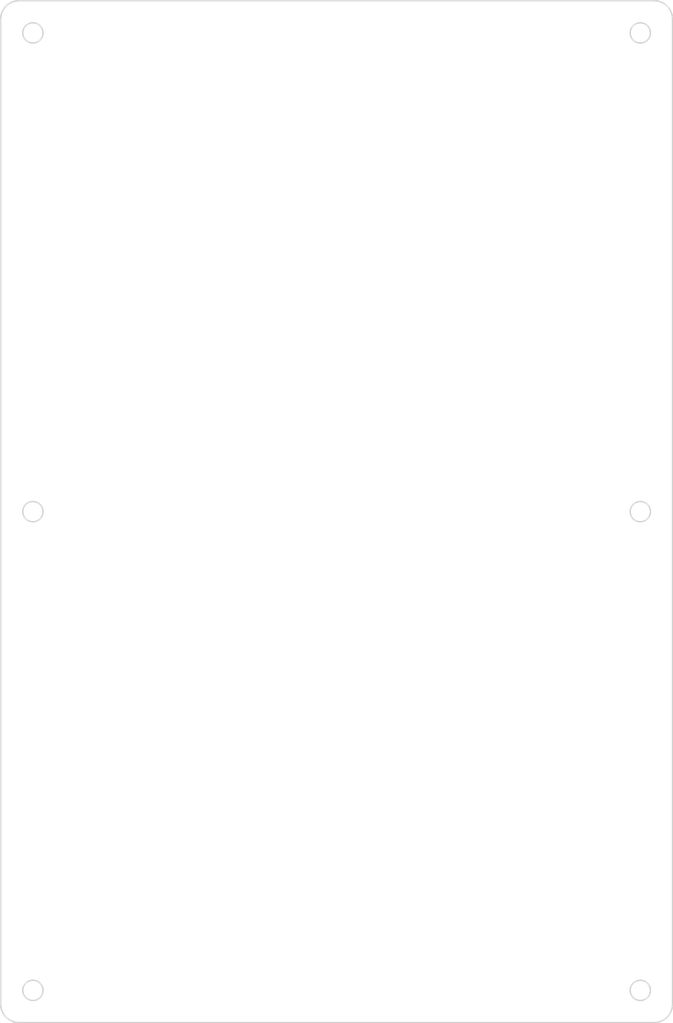
<source format=kicad_pcb>


(kicad_pcb
  (version 20240108)
  (generator "ergogen")
  (generator_version "4.1.0")
  (general
    (thickness 1.6)
    (legacy_teardrops no)
  )
  (paper "A3")
  (title_block
    (title "back_plate")
    (date "2024-11-14")
    (rev "0.1")
    (company "ceoloide")
  )

  (layers
    (0 "F.Cu" signal)
    (31 "B.Cu" signal)
    (32 "B.Adhes" user "B.Adhesive")
    (33 "F.Adhes" user "F.Adhesive")
    (34 "B.Paste" user)
    (35 "F.Paste" user)
    (36 "B.SilkS" user "B.Silkscreen")
    (37 "F.SilkS" user "F.Silkscreen")
    (38 "B.Mask" user)
    (39 "F.Mask" user)
    (40 "Dwgs.User" user "User.Drawings")
    (41 "Cmts.User" user "User.Comments")
    (42 "Eco1.User" user "User.Eco1")
    (43 "Eco2.User" user "User.Eco2")
    (44 "Edge.Cuts" user)
    (45 "Margin" user)
    (46 "B.CrtYd" user "B.Courtyard")
    (47 "F.CrtYd" user "F.Courtyard")
    (48 "B.Fab" user)
    (49 "F.Fab" user)
  )

  (setup
    (pad_to_mask_clearance 0.05)
    (allow_soldermask_bridges_in_footprints no)
    (pcbplotparams
      (layerselection 0x00010fc_ffffffff)
      (plot_on_all_layers_selection 0x0000000_00000000)
      (disableapertmacros no)
      (usegerberextensions no)
      (usegerberattributes yes)
      (usegerberadvancedattributes yes)
      (creategerberjobfile yes)
      (dashed_line_dash_ratio 12.000000)
      (dashed_line_gap_ratio 3.000000)
      (svgprecision 4)
      (plotframeref no)
      (viasonmask no)
      (mode 1)
      (useauxorigin no)
      (hpglpennumber 1)
      (hpglpenspeed 20)
      (hpglpendiameter 15.000000)
      (pdf_front_fp_property_popups yes)
      (pdf_back_fp_property_popups yes)
      (dxfpolygonmode yes)
      (dxfimperialunits yes)
      (dxfusepcbnewfont yes)
      (psnegative no)
      (psa4output no)
      (plotreference yes)
      (plotvalue yes)
      (plotfptext yes)
      (plotinvisibletext no)
      (sketchpadsonfab no)
      (subtractmaskfromsilk no)
      (outputformat 1)
      (mirror no)
      (drillshape 1)
      (scaleselection 1)
      (outputdirectory "")
    )
  )

  (net 0 "")

  
  (gr_line (start 44.5 142.5) (end 113.5 142.5) (layer Edge.Cuts) (stroke (width 0.15) (type default)))
(gr_line (start 115.5 140.5) (end 115.5 33.5) (layer Edge.Cuts) (stroke (width 0.15) (type default)))
(gr_line (start 44.5 31.5) (end 113.5 31.5) (layer Edge.Cuts) (stroke (width 0.15) (type default)))
(gr_line (start 42.5 140.5) (end 42.5 33.5) (layer Edge.Cuts) (stroke (width 0.15) (type default)))
(gr_arc (start 113.5 142.5) (mid 114.9142136 141.9142136) (end 115.5 140.5) (layer Edge.Cuts) (stroke (width 0.15) (type default)))
(gr_arc (start 115.5 33.5) (mid 114.9142136 32.0857864) (end 113.5 31.5) (layer Edge.Cuts) (stroke (width 0.15) (type default)))
(gr_arc (start 44.5 31.5) (mid 43.0857864 32.0857864) (end 42.5 33.5) (layer Edge.Cuts) (stroke (width 0.15) (type default)))
(gr_arc (start 42.5 140.5) (mid 43.0857864 141.9142136) (end 44.5 142.5) (layer Edge.Cuts) (stroke (width 0.15) (type default)))
(gr_circle (center 46 35) (end 47.1 35) (layer Edge.Cuts) (stroke (width 0.15) (type default)) (fill none))
(gr_circle (center 112 35) (end 113.1 35) (layer Edge.Cuts) (stroke (width 0.15) (type default)) (fill none))
(gr_circle (center 46 87) (end 47.1 87) (layer Edge.Cuts) (stroke (width 0.15) (type default)) (fill none))
(gr_circle (center 112 87) (end 113.1 87) (layer Edge.Cuts) (stroke (width 0.15) (type default)) (fill none))
(gr_circle (center 46 139) (end 47.1 139) (layer Edge.Cuts) (stroke (width 0.15) (type default)) (fill none))
(gr_circle (center 112 139) (end 113.1 139) (layer Edge.Cuts) (stroke (width 0.15) (type default)) (fill none))

)


</source>
